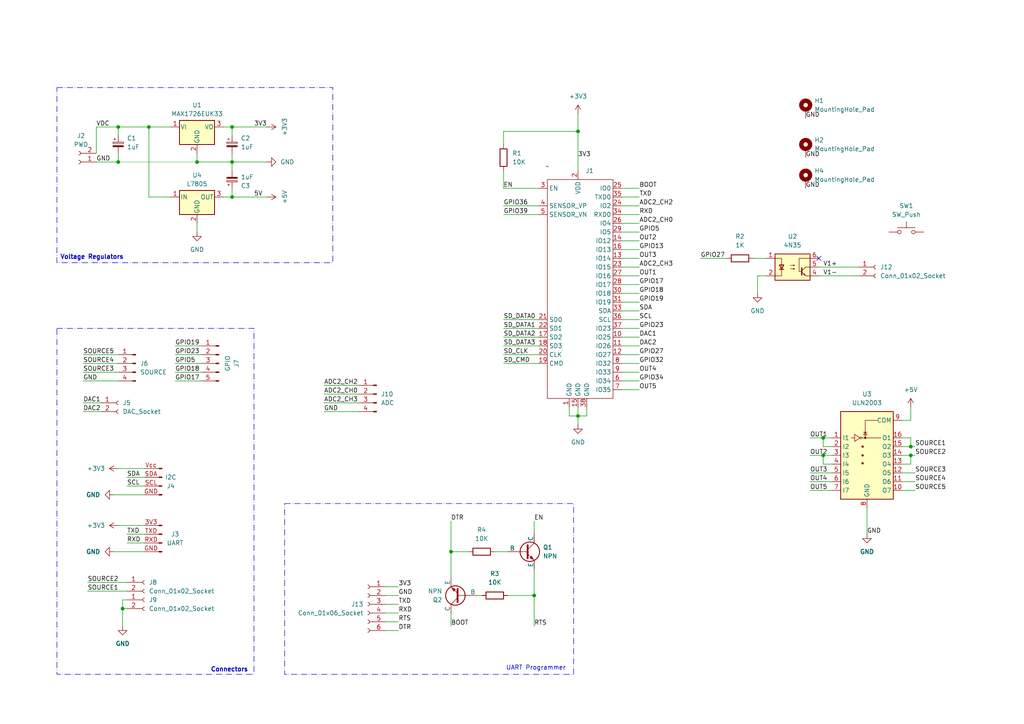
<source format=kicad_sch>
(kicad_sch (version 20231120) (generator "eeschema") (generator_version "8.0")
  (paper "A4")
  (lib_symbols
    (symbol "Alexander_Library_Symbols:Conn_I2C_01x04" (pin_names (offset 1.016) hide)
      (property "Reference" "J" (at 0 5.08 0))
      (property "Value" "I2C" (at 0 -7.62 0))
      (symbol "Conn_I2C_01x04_1_1"
        (polyline (pts (xy 1.27 -5.08) (xy 0.8636 -5.08)) (stroke (width 0.1524)))
        (polyline (pts (xy 1.27 -2.54) (xy 0.8636 -2.54)) (stroke (width 0.1524)))
        (polyline (pts (xy 1.27 0) (xy 0.8636 0)) (stroke (width 0.1524)))
        (polyline (pts (xy 1.27 2.54) (xy 0.8636 2.54)) (stroke (width 0.1524)))
        (rectangle (start 0.8636 -4.953) (end 0 -5.207) (stroke (width 0.1524)) (fill (type outline)))
        (rectangle (start 0.8636 -2.413) (end 0 -2.667) (stroke (width 0.1524)) (fill (type outline)))
        (rectangle (start 0.8636 0.127) (end 0 -0.127) (stroke (width 0.1524)) (fill (type outline)))
        (rectangle (start 0.8636 2.667) (end 0 2.413) (stroke (width 0.1524)) (fill (type outline)))
        (pin power_out line (at 5.08 -5.08 180) (length 3.81) (name "GND") (number "GND"))
        (pin bidirectional line (at 5.08 -2.54 180) (length 3.81) (name "SCL") (number "SCL"))
        (pin bidirectional line (at 5.08 0 180) (length 3.81) (name "SDA") (number "SDA"))
        (pin power_in line (at 5.08 2.54 180) (length 3.81) (name "VCC") (number "Vcc"))
      )
    )
    (symbol "Alexander_Library_Symbols:ESP32-WROOM-32D-SOCKET"
      (property "Reference" "J" (at 0 0 0))
      (symbol "ESP32-WROOM-32D-SOCKET_0_1"
        (rectangle (start 0 -3.81) (end 19.05 -67.31))
      )
      (symbol "ESP32-WROOM-32D-SOCKET_1_1"
        (pin power_out line (at 6.35 -69.85 90) (length 2.54) (name "GND") (number "1"))
        (pin bidirectional line (at 21.59 -49.53 180) (length 2.54) (name "IO25") (number "10"))
        (pin bidirectional line (at 21.59 -52.07 180) (length 2.54) (name "IO26") (number "11"))
        (pin bidirectional line (at 21.59 -54.61 180) (length 2.54) (name "IO27") (number "12"))
        (pin bidirectional line (at 21.59 -26.67 180) (length 2.54) (name "IO14") (number "13"))
        (pin bidirectional line (at 21.59 -21.59 180) (length 2.54) (name "IO12") (number "14"))
        (pin power_out line (at 8.89 -69.85 90) (length 2.54) (name "GND") (number "15"))
        (pin bidirectional line (at 21.59 -24.13 180) (length 2.54) (name "IO13") (number "16"))
        (pin input line (at -2.54 -49.53 0) (length 2.54) (name "SD2") (number "17"))
        (pin input line (at -2.54 -52.07 0) (length 2.54) (name "SD3") (number "18"))
        (pin input line (at -2.54 -57.15 0) (length 2.54) (name "CMD") (number "19"))
        (pin power_in line (at 8.89 -1.27 270) (length 2.54) (name "VDD") (number "2"))
        (pin input line (at -2.54 -54.61 0) (length 2.54) (name "CLK") (number "20"))
        (pin input line (at -2.54 -44.45 0) (length 2.54) (name "SD0") (number "21"))
        (pin input line (at -2.54 -46.99 0) (length 2.54) (name "SD1") (number "22"))
        (pin bidirectional line (at 21.59 -29.21 180) (length 2.54) (name "IO15") (number "23"))
        (pin bidirectional line (at 21.59 -11.43 180) (length 2.54) (name "IO2") (number "24"))
        (pin bidirectional line (at 21.59 -6.35 180) (length 2.54) (name "IO0") (number "25"))
        (pin bidirectional line (at 21.59 -16.51 180) (length 2.54) (name "IO4") (number "26"))
        (pin bidirectional line (at 21.59 -31.75 180) (length 2.54) (name "IO16") (number "27"))
        (pin bidirectional line (at 21.59 -34.29 180) (length 2.54) (name "IO17") (number "28"))
        (pin bidirectional line (at 21.59 -19.05 180) (length 2.54) (name "IO5") (number "29"))
        (pin input line (at -2.54 -6.35 0) (length 2.54) (name "EN") (number "3"))
        (pin bidirectional line (at 21.59 -36.83 180) (length 2.54) (name "IO18") (number "30"))
        (pin bidirectional line (at 21.59 -39.37 180) (length 2.54) (name "IO19") (number "31"))
        (pin bidirectional line (at 21.59 -41.91 180) (length 2.54) (name "SDA") (number "33"))
        (pin input line (at 21.59 -13.97 180) (length 2.54) (name "RXD0") (number "34"))
        (pin output line (at 21.59 -8.89 180) (length 2.54) (name "TXD0") (number "35"))
        (pin bidirectional line (at 21.59 -44.45 180) (length 2.54) (name "SCL") (number "36"))
        (pin bidirectional line (at 21.59 -46.99 180) (length 2.54) (name "IO23") (number "37"))
        (pin power_out line (at 11.43 -69.85 90) (length 2.54) (name "GND") (number "38"))
        (pin input line (at -2.54 -11.43 0) (length 2.54) (name "SENSOR_VP") (number "4"))
        (pin input line (at -2.54 -13.97 0) (length 2.54) (name "SENSOR_VN") (number "5"))
        (pin bidirectional line (at 21.59 -62.23 180) (length 2.54) (name "IO34") (number "6"))
        (pin bidirectional line (at 21.59 -64.77 180) (length 2.54) (name "IO35") (number "7"))
        (pin bidirectional line (at 21.59 -57.15 180) (length 2.54) (name "IO32") (number "8"))
        (pin bidirectional line (at 21.59 -59.69 180) (length 2.54) (name "IO33") (number "9"))
      )
    )
    (symbol "Conn_UART_1" (pin_names (offset 1.016) hide)
      (property "Reference" "J" (at 1.27 3.81 0))
      (property "Value" "UART" (at 2.54 -10.16 0))
      (symbol "Conn_UART_1_1_1"
        (polyline (pts (xy 1.27 -7.62) (xy 0.8636 -7.62)) (stroke (width 0.1524)))
        (polyline (pts (xy 1.27 -5.08) (xy 0.8636 -5.08)) (stroke (width 0.1524)))
        (polyline (pts (xy 1.27 -2.54) (xy 0.8636 -2.54)) (stroke (width 0.1524)))
        (polyline (pts (xy 1.27 0) (xy 0.8636 0)) (stroke (width 0.1524)))
        (rectangle (start 0.8636 -7.493) (end 0 -7.747) (stroke (width 0.1524)) (fill (type outline)))
        (rectangle (start 0.8636 -4.953) (end 0 -5.207) (stroke (width 0.1524)) (fill (type outline)))
        (rectangle (start 0.8636 -2.413) (end 0 -2.667) (stroke (width 0.1524)) (fill (type outline)))
        (rectangle (start 0.8636 0.127) (end 0 -0.127) (stroke (width 0.1524)) (fill (type outline)))
        (pin power_in line (at 5.08 0 180) (length 3.81) (name "3V3") (number "3V3"))
        (pin power_out line (at 5.08 -7.62 180) (length 3.81) (name "GND") (number "GND"))
        (pin input line (at 5.08 -5.08 180) (length 3.81) (name "RXD") (number "RXD"))
        (pin output line (at 5.08 -2.54 180) (length 3.81) (name "TXD") (number "TXD"))
      )
    )
    (symbol "Connector:Conn_01x02_Socket" (pin_names (offset 1.016) hide)
      (property "Reference" "J" (at 0 2.54 0))
      (property "Value" "Conn_01x02_Socket" (at 0 -5.08 0))
      (symbol "Conn_01x02_Socket_1_1"
        (arc (start 0 -2.032) (mid -0.5058 -2.54) (end 0 -3.048) (stroke (width 0.1524)))
        (polyline (pts (xy -1.27 -2.54) (xy -0.508 -2.54)) (stroke (width 0.1524)))
        (polyline (pts (xy -1.27 0) (xy -0.508 0)) (stroke (width 0.1524)))
        (arc (start 0 0.508) (mid -0.5058 0) (end 0 -0.508) (stroke (width 0.1524)))
        (pin passive line (at -5.08 0 0) (length 3.81) (name "Pin_1") (number "1"))
        (pin passive line (at -5.08 -2.54 0) (length 3.81) (name "Pin_2") (number "2"))
      )
    )
    (symbol "Connector:Conn_01x04_Pin" (pin_names (offset 1.016) hide)
      (property "Reference" "J" (at 0 5.08 0))
      (property "Value" "I2C" (at 0 -7.62 0))
      (symbol "Conn_01x04_Pin_1_1"
        (polyline (pts (xy 1.27 -5.08) (xy 0.8636 -5.08)) (stroke (width 0.1524)))
        (polyline (pts (xy 1.27 -2.54) (xy 0.8636 -2.54)) (stroke (width 0.1524)))
        (polyline (pts (xy 1.27 0) (xy 0.8636 0)) (stroke (width 0.1524)))
        (polyline (pts (xy 1.27 2.54) (xy 0.8636 2.54)) (stroke (width 0.1524)))
        (rectangle (start 0.8636 -4.953) (end 0 -5.207) (stroke (width 0.1524)) (fill (type outline)))
        (rectangle (start 0.8636 -2.413) (end 0 -2.667) (stroke (width 0.1524)) (fill (type outline)))
        (rectangle (start 0.8636 0.127) (end 0 -0.127) (stroke (width 0.1524)) (fill (type outline)))
        (rectangle (start 0.8636 2.667) (end 0 2.413) (stroke (width 0.1524)) (fill (type outline)))
        (pin passive line (at 5.08 2.54 180) (length 3.81) (name "Pin_1") (number "1"))
        (pin passive line (at 5.08 0 180) (length 3.81) (name "Pin_2") (number "2"))
        (pin passive line (at 5.08 -2.54 180) (length 3.81) (name "Pin_3") (number "3"))
        (pin passive line (at 5.08 -5.08 180) (length 3.81) (name "Pin_4") (number "4"))
      )
    )
    (symbol "Connector:Conn_01x05_Pin" (pin_names (offset 1.016) hide)
      (property "Reference" "J" (at 0 7.62 0))
      (property "Value" "Conn_01x05_Pin" (at 0 -7.62 0))
      (symbol "Conn_01x05_Pin_1_1"
        (polyline (pts (xy 1.27 -5.08) (xy 0.8636 -5.08)) (stroke (width 0.1524)))
        (polyline (pts (xy 1.27 -2.54) (xy 0.8636 -2.54)) (stroke (width 0.1524)))
        (polyline (pts (xy 1.27 0) (xy 0.8636 0)) (stroke (width 0.1524)))
        (polyline (pts (xy 1.27 2.54) (xy 0.8636 2.54)) (stroke (width 0.1524)))
        (polyline (pts (xy 1.27 5.08) (xy 0.8636 5.08)) (stroke (width 0.1524)))
        (rectangle (start 0.8636 -4.953) (end 0 -5.207) (stroke (width 0.1524)) (fill (type outline)))
        (rectangle (start 0.8636 -2.413) (end 0 -2.667) (stroke (width 0.1524)) (fill (type outline)))
        (rectangle (start 0.8636 0.127) (end 0 -0.127) (stroke (width 0.1524)) (fill (type outline)))
        (rectangle (start 0.8636 2.667) (end 0 2.413) (stroke (width 0.1524)) (fill (type outline)))
        (rectangle (start 0.8636 5.207) (end 0 4.953) (stroke (width 0.1524)) (fill (type outline)))
        (pin passive line (at 5.08 5.08 180) (length 3.81) (name "Pin_1") (number "1"))
        (pin passive line (at 5.08 2.54 180) (length 3.81) (name "Pin_2") (number "2"))
        (pin passive line (at 5.08 0 180) (length 3.81) (name "Pin_3") (number "3"))
        (pin passive line (at 5.08 -2.54 180) (length 3.81) (name "Pin_4") (number "4"))
        (pin passive line (at 5.08 -5.08 180) (length 3.81) (name "Pin_5") (number "5"))
      )
    )
    (symbol "Connector:Conn_01x06_Socket" (pin_names (offset 1.016) hide)
      (property "Reference" "J" (at 0 7.62 0))
      (property "Value" "Conn_01x06_Socket" (at 0 -10.16 0))
      (symbol "Conn_01x06_Socket_1_1"
        (arc (start 0 -7.112) (mid -0.5058 -7.62) (end 0 -8.128) (stroke (width 0.1524)))
        (arc (start 0 -4.572) (mid -0.5058 -5.08) (end 0 -5.588) (stroke (width 0.1524)))
        (arc (start 0 -2.032) (mid -0.5058 -2.54) (end 0 -3.048) (stroke (width 0.1524)))
        (polyline (pts (xy -1.27 -7.62) (xy -0.508 -7.62)) (stroke (width 0.1524)))
        (polyline (pts (xy -1.27 -5.08) (xy -0.508 -5.08)) (stroke (width 0.1524)))
        (polyline (pts (xy -1.27 -2.54) (xy -0.508 -2.54)) (stroke (width 0.1524)))
        (polyline (pts (xy -1.27 0) (xy -0.508 0)) (stroke (width 0.1524)))
        (polyline (pts (xy -1.27 2.54) (xy -0.508 2.54)) (stroke (width 0.1524)))
        (polyline (pts (xy -1.27 5.08) (xy -0.508 5.08)) (stroke (width 0.1524)))
        (arc (start 0 0.508) (mid -0.5058 0) (end 0 -0.508) (stroke (width 0.1524)))
        (arc (start 0 3.048) (mid -0.5058 2.54) (end 0 2.032) (stroke (width 0.1524)))
        (arc (start 0 5.588) (mid -0.5058 5.08) (end 0 4.572) (stroke (width 0.1524)))
        (pin passive line (at -5.08 5.08 0) (length 3.81) (name "Pin_1") (number "1"))
        (pin passive line (at -5.08 2.54 0) (length 3.81) (name "Pin_2") (number "2"))
        (pin passive line (at -5.08 0 0) (length 3.81) (name "Pin_3") (number "3"))
        (pin passive line (at -5.08 -2.54 0) (length 3.81) (name "Pin_4") (number "4"))
        (pin passive line (at -5.08 -5.08 0) (length 3.81) (name "Pin_5") (number "5"))
        (pin passive line (at -5.08 -7.62 0) (length 3.81) (name "Pin_6") (number "6"))
      )
    )
    (symbol "Device:C_Polarized_Small" (pin_numbers hide) (pin_names (offset 0.254) hide)
      (property "Reference" "C" (at 0.254 1.778 0))
      (property "Value" "C_Polarized_Small" (at 0.254 -2.032 0))
      (symbol "C_Polarized_Small_0_1"
        (rectangle (start -1.524 -0.3048) (end 1.524 -0.6858) (fill (type outline)))
        (rectangle (start -1.524 0.6858) (end 1.524 0.3048))
        (polyline (pts (xy -1.27 1.524) (xy -0.762 1.524)))
        (polyline (pts (xy -1.016 1.27) (xy -1.016 1.778)))
      )
      (symbol "C_Polarized_Small_1_1"
        (pin passive line (at 0 2.54 270) (length 1.8542) (name "~") (number "1"))
        (pin passive line (at 0 -2.54 90) (length 1.8542) (name "~") (number "2"))
      )
    )
    (symbol "Device:R" (pin_numbers hide) (pin_names (offset 0))
      (property "Reference" "R" (at 2.032 0 90))
      (property "Value" "R" (at 0 0 90))
      (symbol "R_0_1"
        (rectangle (start -1.016 -2.54) (end 1.016 2.54) (stroke (width 0.254)))
      )
      (symbol "R_1_1"
        (pin passive line (at 0 3.81 270) (length 1.27) (name "~") (number "1"))
        (pin passive line (at 0 -3.81 90) (length 1.27) (name "~") (number "2"))
      )
    )
    (symbol "GND_1" (power) (pin_numbers hide) (pin_names (offset 0) hide)
      (property "Value" "GND" (at 0 -3.81 0))
      (symbol "GND_1_0_1"
        (polyline (pts (xy 0 0) (xy 0 -1.27) (xy 1.27 -1.27) (xy 0 -2.54) (xy -1.27 -1.27) (xy 0 -1.27)))
      )
      (symbol "GND_1_1_1"
        (pin power_in line (at 0 0 270) (length 0) (name "~") (number "1"))
      )
    )
    (symbol "GND_2" (power) (pin_numbers hide) (pin_names (offset 0) hide)
      (property "Value" "GND" (at 0 -3.81 0))
      (symbol "GND_2_0_1"
        (polyline (pts (xy 0 0) (xy 0 -1.27) (xy 1.27 -1.27) (xy 0 -2.54) (xy -1.27 -1.27) (xy 0 -1.27)))
      )
      (symbol "GND_2_1_1"
        (pin power_in line (at 0 0 270) (length 0) (name "~") (number "1"))
      )
    )
    (symbol "Isolator:4N35" (pin_names (offset 1.016))
      (property "Reference" "U" (at -5.08 5.08 0))
      (property "Value" "4N35" (at 0 5.08 0))
      (symbol "4N35_0_1"
        (rectangle (start -5.08 3.81) (end 5.08 -3.81) (stroke (width 0.254)) (fill (type background)))
        (polyline (pts (xy -3.81 -0.635) (xy -2.54 -0.635)) (stroke (width 0.254)))
        (polyline (pts (xy 2.667 -1.397) (xy 3.81 -2.54)))
        (polyline (pts (xy 2.667 -1.143) (xy 3.81 0)))
        (polyline (pts (xy 3.81 -2.54) (xy 5.08 -2.54)))
        (polyline (pts (xy 3.81 0) (xy 5.08 0)))
        (polyline (pts (xy 2.667 -0.254) (xy 2.667 -2.286) (xy 2.667 -2.286)) (stroke (width 0.3556)))
        (polyline (pts (xy -5.08 -2.54) (xy -3.175 -2.54) (xy -3.175 2.54) (xy -5.08 2.54)))
        (polyline (pts (xy -3.175 -0.635) (xy -3.81 0.635) (xy -2.54 0.635) (xy -3.175 -0.635)) (stroke (width 0.254)))
        (polyline (pts (xy 3.683 -2.413) (xy 3.429 -1.905) (xy 3.175 -2.159) (xy 3.683 -2.413)))
        (polyline (pts (xy 5.08 2.54) (xy 1.905 2.54) (xy 1.905 -1.27) (xy 2.54 -1.27)))
        (polyline (pts (xy -0.635 -0.508) (xy 0.635 -0.508) (xy 0.254 -0.635) (xy 0.254 -0.381) (xy 0.635 -0.508)))
        (polyline (pts (xy -0.635 0.508) (xy 0.635 0.508) (xy 0.254 0.381) (xy 0.254 0.635) (xy 0.635 0.508)))
      )
      (symbol "4N35_1_1"
        (pin passive line (at -7.62 2.54 0) (length 2.54) (name "~") (number "1"))
        (pin passive line (at -7.62 -2.54 0) (length 2.54) (name "~") (number "2"))
        (pin no_connect line (at -5.08 0 0) (length 2.54) hide (name "NC") (number "3"))
        (pin passive line (at 7.62 -2.54 180) (length 2.54) (name "~") (number "4"))
        (pin passive line (at 7.62 0 180) (length 2.54) (name "~") (number "5"))
        (pin passive line (at 7.62 2.54 180) (length 2.54) (name "~") (number "6"))
      )
    )
    (symbol "Mechanical:MountingHole_Pad" (pin_numbers hide) (pin_names (offset 1.016) hide)
      (property "Reference" "H" (at 0 6.35 0))
      (property "Value" "MountingHole_Pad" (at 0 4.445 0))
      (symbol "MountingHole_Pad_0_1"
        (circle (center 0 1.27) (radius 1.27) (stroke (width 1.27)))
      )
      (symbol "MountingHole_Pad_1_1"
        (pin input line (at 0 -2.54 90) (length 2.54) (name "1") (number "1"))
      )
    )
    (symbol "Regulator_Linear:L7805" (pin_names (offset 0.254))
      (property "Reference" "U4" (at 0 6.35 0))
      (property "Value" "L7805" (at 0 3.81 0))
      (symbol "L7805_0_1"
        (rectangle (start -5.08 1.905) (end 5.08 -5.08) (stroke (width 0.254)) (fill (type background)))
      )
      (symbol "L7805_1_1"
        (pin power_in line (at -7.62 0 0) (length 2.54) (name "IN") (number "1"))
        (pin power_in line (at 0 -7.62 90) (length 2.54) (name "GND") (number "2"))
        (pin power_out line (at 7.62 0 180) (length 2.54) (name "OUT") (number "3"))
      )
    )
    (symbol "Regulator_Linear:LM78M05_TO220" (pin_names (offset 0.254))
      (property "Reference" "U" (at -3.81 3.175 0))
      (property "Value" "LM78M05_TO220" (at 0 3.175 0))
      (symbol "LM78M05_TO220_0_1"
        (rectangle (start -5.08 1.905) (end 5.08 -5.08) (stroke (width 0.254)) (fill (type background)))
      )
      (symbol "LM78M05_TO220_1_1"
        (pin power_in line (at -7.62 0 0) (length 2.54) (name "VI") (number "1"))
        (pin power_in line (at 0 -7.62 90) (length 2.54) (name "GND") (number "2"))
        (pin power_out line (at 7.62 0 180) (length 2.54) (name "VO") (number "3"))
      )
    )
    (symbol "Simulation_SPICE:NPN" (pin_numbers hide) (pin_names (offset 0))
      (property "Reference" "Q" (at -2.54 7.62 0))
      (property "Value" "NPN" (at -2.54 5.08 0))
      (symbol "NPN_0_1"
        (polyline (pts (xy -2.54 0) (xy 0.635 0)) (stroke (width 0.1524)))
        (polyline (pts (xy 0.635 0.635) (xy 2.54 2.54)))
        (polyline (pts (xy 2.794 -1.27) (xy 2.794 -1.27)) (stroke (width 0.1524)))
        (polyline (pts (xy 2.794 -1.27) (xy 2.794 -1.27)) (stroke (width 0.1524)))
        (polyline (pts (xy 0.635 -0.635) (xy 2.54 -2.54) (xy 2.54 -2.54)))
        (polyline (pts (xy 0.635 1.905) (xy 0.635 -1.905) (xy 0.635 -1.905)) (stroke (width 0.508)))
        (polyline (pts (xy 1.27 -1.778) (xy 1.778 -1.27) (xy 2.286 -2.286) (xy 1.27 -1.778) (xy 1.27 -1.778)) (fill (type outline)))
        (circle (center 1.27 0) (radius 2.8194) (stroke (width 0.254)))
      )
      (symbol "NPN_1_1"
        (pin open_collector line (at 2.54 5.08 270) (length 2.54) (name "C") (number "1"))
        (pin input line (at -5.08 0 0) (length 2.54) (name "B") (number "2"))
        (pin open_emitter line (at 2.54 -5.08 90) (length 2.54) (name "E") (number "3"))
      )
    )
    (symbol "Switch:SW_Push" (pin_numbers hide) (pin_names (offset 1.016) hide)
      (property "Reference" "SW" (at 1.27 2.54 0))
      (property "Value" "SW_Push" (at 0 -1.524 0))
      (symbol "SW_Push_0_1"
        (circle (center -2.032 0) (radius 0.508))
        (polyline (pts (xy 0 1.27) (xy 0 3.048)))
        (polyline (pts (xy 2.54 1.27) (xy -2.54 1.27)))
        (circle (center 2.032 0) (radius 0.508))
        (pin passive line (at -5.08 0 0) (length 2.54) (name "1") (number "1"))
        (pin passive line (at 5.08 0 180) (length 2.54) (name "2") (number "2"))
      )
    )
    (symbol "Transistor_Array:ULN2003"
      (property "Reference" "U" (at 0 15.875 0))
      (property "Value" "ULN2003" (at 0 13.97 0))
      (symbol "ULN2003_0_1"
        (rectangle (start -7.62 -12.7) (end 7.62 12.7) (stroke (width 0.254)) (fill (type background)))
        (circle (center -1.778 5.08) (radius 0.254))
        (circle (center -1.27 -2.286) (radius 0.254) (fill (type outline)))
        (circle (center -1.27 0) (radius 0.254) (fill (type outline)))
        (circle (center -1.27 2.54) (radius 0.254) (fill (type outline)))
        (circle (center -0.508 5.08) (radius 0.254) (fill (type outline)))
        (polyline (pts (xy -4.572 5.08) (xy -3.556 5.08)))
        (polyline (pts (xy -1.524 5.08) (xy 4.064 5.08)))
        (polyline (pts (xy 0 6.731) (xy -1.016 6.731)))
        (polyline (pts (xy -0.508 5.08) (xy -0.508 10.16) (xy 2.921 10.16)))
        (polyline (pts (xy -3.556 6.096) (xy -3.556 4.064) (xy -2.032 5.08) (xy -3.556 6.096)))
        (polyline (pts (xy 0 5.969) (xy -1.016 5.969) (xy -0.508 6.731) (xy 0 5.969)))
      )
      (symbol "ULN2003_1_1"
        (pin input line (at -10.16 5.08 0) (length 2.54) (name "I1") (number "1"))
        (pin open_collector line (at 10.16 -10.16 180) (length 2.54) (name "O7") (number "10"))
        (pin open_collector line (at 10.16 -7.62 180) (length 2.54) (name "O6") (number "11"))
        (pin open_collector line (at 10.16 -5.08 180) (length 2.54) (name "O5") (number "12"))
        (pin open_collector line (at 10.16 -2.54 180) (length 2.54) (name "O4") (number "13"))
        (pin open_collector line (at 10.16 0 180) (length 2.54) (name "O3") (number "14"))
        (pin open_collector line (at 10.16 2.54 180) (length 2.54) (name "O2") (number "15"))
        (pin open_collector line (at 10.16 5.08 180) (length 2.54) (name "O1") (number "16"))
        (pin input line (at -10.16 2.54 0) (length 2.54) (name "I2") (number "2"))
        (pin input line (at -10.16 0 0) (length 2.54) (name "I3") (number "3"))
        (pin input line (at -10.16 -2.54 0) (length 2.54) (name "I4") (number "4"))
        (pin input line (at -10.16 -5.08 0) (length 2.54) (name "I5") (number "5"))
        (pin input line (at -10.16 -7.62 0) (length 2.54) (name "I6") (number "6"))
        (pin input line (at -10.16 -10.16 0) (length 2.54) (name "I7") (number "7"))
        (pin power_in line (at 0 -15.24 90) (length 2.54) (name "GND") (number "8"))
        (pin passive line (at 10.16 10.16 180) (length 2.54) (name "COM") (number "9"))
      )
    )
    (symbol "power:+3V3" (power) (pin_names (offset 0))
      (property "Value" "+3V3" (at 0 3.556 0))
      (symbol "+3V3_0_1"
        (polyline (pts (xy -0.762 1.27) (xy 0 2.54)))
        (polyline (pts (xy 0 0) (xy 0 2.54)))
        (polyline (pts (xy 0 2.54) (xy 0.762 1.27)))
      )
      (symbol "+3V3_1_1"
        (pin power_in line (at 0 0 90) (length 0) hide (name "+3V3") (number "1"))
      )
    )
    (symbol "power:+5V" (power) (pin_names (offset 0))
      (property "Value" "+5V" (at 0 3.556 0))
      (symbol "+5V_0_1"
        (polyline (pts (xy -0.762 1.27) (xy 0 2.54)))
        (polyline (pts (xy 0 0) (xy 0 2.54)))
        (polyline (pts (xy 0 2.54) (xy 0.762 1.27)))
      )
      (symbol "+5V_1_1"
        (pin power_in line (at 0 0 90) (length 0) hide (name "+5V") (number "1"))
      )
    )
    (symbol "power:GND" (power) (pin_names (offset 0))
      (property "Value" "GND" (at 0 -3.81 0))
      (symbol "GND_0_1"
        (polyline (pts (xy 0 0) (xy 0 -1.27) (xy 1.27 -1.27) (xy 0 -2.54) (xy -1.27 -1.27) (xy 0 -1.27)))
      )
      (symbol "GND_1_1"
        (pin power_in line (at 0 0 270) (length 0) hide (name "GND") (number "1"))
      )
    )
  )
  (junction (at 57.15 46.99))
  (junction (at 67.31 46.99))
  (junction (at 34.29 46.99))
  (junction (at 167.64 38.1))
  (junction (at 264.16 129.54))
  (junction (at 67.31 57.15))
  (junction (at 238.76 132.08))
  (junction (at 130.81 160.02))
  (junction (at 43.18 36.83))
  (junction (at 154.94 172.72))
  (junction (at 264.16 132.08))
  (junction (at 67.31 36.83))
  (junction (at 34.29 36.83))
  (junction (at 238.76 127))
  (junction (at 167.64 120.65))
  (junction (at 35.56 176.53))
  (no_connect (at 237.49 74.93))
  (wire (pts (xy 180.34 59.69) (xy 185.42 59.69)))
  (wire (pts (xy 57.15 64.77) (xy 57.15 67.31)))
  (wire (pts (xy 146.05 102.87) (xy 156.21 102.87)))
  (wire (pts (xy 35.56 173.99) (xy 35.56 176.53)))
  (wire (pts (xy 36.83 140.97) (xy 41.91 140.97)))
  (wire (pts (xy 111.76 180.34) (xy 115.57 180.34)))
  (wire (pts (xy 25.4 168.91) (xy 36.83 168.91)))
  (wire (pts (xy 180.34 64.77) (xy 185.42 64.77)))
  (wire (pts (xy 130.81 160.02) (xy 135.89 160.02)))
  (wire (pts (xy 146.05 100.33) (xy 156.21 100.33)))
  (wire (pts (xy 49.53 57.15) (xy 43.18 57.15)))
  (wire (pts (xy 36.83 154.94) (xy 41.91 154.94)))
  (wire (pts (xy 154.94 151.13) (xy 154.94 154.94)))
  (wire (pts (xy 167.64 33.02) (xy 167.64 38.1)))
  (wire (pts (xy 180.34 80.01) (xy 185.42 80.01)))
  (wire (pts (xy 180.34 82.55) (xy 185.42 82.55)))
  (wire (pts (xy 34.29 135.89) (xy 41.91 135.89)))
  (wire (pts (xy 143.51 160.02) (xy 147.32 160.02)))
  (wire (pts (xy 57.15 44.45) (xy 57.15 46.99)))
  (wire (pts (xy 104.14 114.3) (xy 93.98 114.3)))
  (wire (pts (xy 180.34 105.41) (xy 185.42 105.41)))
  (wire (pts (xy 34.29 107.95) (xy 24.13 107.95)))
  (wire (pts (xy 234.95 137.16) (xy 241.3 137.16)))
  (wire (pts (xy 165.1 120.65) (xy 167.64 120.65)))
  (wire (pts (xy 58.42 102.87) (xy 50.8 102.87)))
  (wire (pts (xy 67.31 44.45) (xy 67.31 46.99)))
  (wire (pts (xy 241.3 134.62) (xy 238.76 134.62)))
  (wire (pts (xy 34.29 102.87) (xy 24.13 102.87)))
  (wire (pts (xy 180.34 54.61) (xy 185.42 54.61)))
  (wire (pts (xy 264.16 121.92) (xy 261.62 121.92)))
  (wire (pts (xy 58.42 105.41) (xy 50.8 105.41)))
  (wire (pts (xy 180.34 107.95) (xy 185.42 107.95)))
  (wire (pts (xy 234.95 139.7) (xy 241.3 139.7)))
  (wire (pts (xy 156.21 54.61) (xy 146.05 54.61)))
  (wire (pts (xy 111.76 182.88) (xy 115.57 182.88)))
  (wire (pts (xy 165.1 118.11) (xy 165.1 120.65)))
  (wire (pts (xy 43.18 36.83) (xy 49.53 36.83)))
  (wire (pts (xy 24.13 116.84) (xy 29.21 116.84)))
  (wire (pts (xy 146.05 62.23) (xy 156.21 62.23)))
  (wire (pts (xy 146.05 38.1) (xy 146.05 41.91)))
  (wire (pts (xy 35.56 176.53) (xy 36.83 176.53)))
  (wire (pts (xy 34.29 152.4) (xy 41.91 152.4)))
  (wire (pts (xy 34.29 36.83) (xy 34.29 39.37)))
  (wire (pts (xy 261.62 139.7) (xy 265.43 139.7)))
  (wire (pts (xy 34.29 44.45) (xy 34.29 46.99)))
  (wire (pts (xy 167.64 120.65) (xy 167.64 123.19)))
  (wire (pts (xy 146.05 95.25) (xy 156.21 95.25)))
  (wire (pts (xy 264.16 118.11) (xy 264.16 121.92)))
  (wire (pts (xy 25.4 171.45) (xy 36.83 171.45)))
  (wire (pts (xy 261.62 132.08) (xy 264.16 132.08)))
  (wire (pts (xy 146.05 92.71) (xy 156.21 92.71)))
  (wire (pts (xy 180.34 110.49) (xy 185.42 110.49)))
  (wire (pts (xy 237.49 80.01) (xy 248.92 80.01)))
  (wire (pts (xy 24.13 110.49) (xy 34.29 110.49)))
  (wire (pts (xy 43.18 36.83) (xy 43.18 57.15)))
  (wire (pts (xy 218.44 74.93) (xy 222.25 74.93)))
  (wire (pts (xy 36.83 173.99) (xy 35.56 173.99)))
  (wire (pts (xy 67.31 57.15) (xy 77.47 57.15)))
  (wire (pts (xy 67.31 46.99) (xy 77.47 46.99)))
  (wire (pts (xy 154.94 165.1) (xy 154.94 172.72)))
  (wire (pts (xy 264.16 129.54) (xy 264.16 127)))
  (wire (pts (xy 180.34 95.25) (xy 185.42 95.25)))
  (wire (pts (xy 180.34 102.87) (xy 185.42 102.87)))
  (wire (pts (xy 64.77 57.15) (xy 67.31 57.15)))
  (wire (pts (xy 241.3 132.08) (xy 238.76 132.08)))
  (wire (pts (xy 41.91 143.51) (xy 33.02 143.51)))
  (wire (pts (xy 261.62 129.54) (xy 264.16 129.54)))
  (wire (pts (xy 36.83 157.48) (xy 41.91 157.48)))
  (wire (pts (xy 234.95 142.24) (xy 241.3 142.24)))
  (wire (pts (xy 146.05 38.1) (xy 167.64 38.1)))
  (wire (pts (xy 67.31 46.99) (xy 67.31 49.53)))
  (wire (pts (xy 180.34 57.15) (xy 185.42 57.15)))
  (wire (pts (xy 64.77 36.83) (xy 67.31 36.83)))
  (wire (pts (xy 180.34 100.33) (xy 185.42 100.33)))
  (wire (pts (xy 58.42 107.95) (xy 50.8 107.95)))
  (wire (pts (xy 251.46 147.32) (xy 251.46 154.94)))
  (wire (pts (xy 264.16 132.08) (xy 265.43 132.08)))
  (wire (pts (xy 111.76 175.26) (xy 115.57 175.26)))
  (wire (pts (xy 57.15 46.99) (xy 67.31 46.99)))
  (wire (pts (xy 154.94 172.72) (xy 154.94 181.61)))
  (wire (pts (xy 111.76 177.8) (xy 115.57 177.8)))
  (wire (pts (xy 237.49 77.47) (xy 248.92 77.47)))
  (wire (pts (xy 180.34 87.63) (xy 185.42 87.63)))
  (wire (pts (xy 261.62 127) (xy 264.16 127)))
  (wire (pts (xy 146.05 105.41) (xy 156.21 105.41)))
  (wire (pts (xy 67.31 39.37) (xy 67.31 36.83)))
  (wire (pts (xy 180.34 62.23) (xy 185.42 62.23)))
  (wire (pts (xy 27.94 36.83) (xy 34.29 36.83)))
  (wire (pts (xy 180.34 72.39) (xy 185.42 72.39)))
  (wire (pts (xy 180.34 90.17) (xy 185.42 90.17)))
  (wire (pts (xy 264.16 129.54) (xy 265.43 129.54)))
  (wire (pts (xy 154.94 172.72) (xy 147.32 172.72)))
  (wire (pts (xy 130.81 151.13) (xy 130.81 160.02)))
  (wire (pts (xy 146.05 59.69) (xy 156.21 59.69)))
  (wire (pts (xy 41.91 160.02) (xy 33.02 160.02)))
  (wire (pts (xy 180.34 77.47) (xy 185.42 77.47)))
  (wire (pts (xy 203.2 74.93) (xy 210.82 74.93)))
  (wire (pts (xy 261.62 134.62) (xy 264.16 134.62)))
  (wire (pts (xy 180.34 69.85) (xy 185.42 69.85)))
  (wire (pts (xy 180.34 97.79) (xy 185.42 97.79)))
  (wire (pts (xy 180.34 113.03) (xy 185.42 113.03)))
  (wire (pts (xy 67.31 54.61) (xy 67.31 57.15)))
  (wire (pts (xy 264.16 134.62) (xy 264.16 132.08)))
  (wire (pts (xy 167.64 38.1) (xy 167.64 49.53)))
  (wire (pts (xy 138.43 172.72) (xy 139.7 172.72)))
  (wire (pts (xy 238.76 134.62) (xy 238.76 132.08)))
  (wire (pts (xy 219.71 85.09) (xy 219.71 80.01)))
  (wire (pts (xy 180.34 74.93) (xy 185.42 74.93)))
  (wire (pts (xy 24.13 119.38) (xy 29.21 119.38)))
  (wire (pts (xy 35.56 176.53) (xy 35.56 181.61)))
  (wire (pts (xy 170.18 120.65) (xy 167.64 120.65)))
  (wire (pts (xy 238.76 129.54) (xy 238.76 127)))
  (wire (pts (xy 130.81 177.8) (xy 130.81 181.61)))
  (wire (pts (xy 234.95 132.08) (xy 238.76 132.08)))
  (wire (pts (xy 180.34 67.31) (xy 185.42 67.31)))
  (wire (pts (xy 111.76 172.72) (xy 115.57 172.72)))
  (wire (pts (xy 241.3 127) (xy 238.76 127)))
  (wire (pts (xy 170.18 118.11) (xy 170.18 120.65)))
  (wire (pts (xy 261.62 137.16) (xy 265.43 137.16)))
  (wire (pts (xy 104.14 111.76) (xy 93.98 111.76)))
  (wire (pts (xy 234.95 127) (xy 238.76 127)))
  (wire (pts (xy 180.34 85.09) (xy 185.42 85.09)))
  (wire (pts (xy 58.42 110.49) (xy 50.8 110.49)))
  (wire (pts (xy 36.83 138.43) (xy 41.91 138.43)))
  (wire (pts (xy 180.34 92.71) (xy 185.42 92.71)))
  (wire (pts (xy 34.29 36.83) (xy 43.18 36.83)))
  (wire (pts (xy 111.76 170.18) (xy 115.57 170.18)))
  (wire (pts (xy 93.98 119.38) (xy 104.14 119.38)))
  (wire (pts (xy 146.05 97.79) (xy 156.21 97.79)))
  (wire (pts (xy 130.81 160.02) (xy 130.81 167.64)))
  (wire (pts (xy 146.05 49.53) (xy 146.05 54.61)))
  (wire (pts (xy 58.42 100.33) (xy 50.8 100.33)))
  (wire (pts (xy 261.62 142.24) (xy 265.43 142.24)))
  (wire (pts (xy 67.31 36.83) (xy 77.47 36.83)))
  (wire (pts (xy 27.94 46.99) (xy 34.29 46.99)))
  (wire (pts (xy 34.29 105.41) (xy 24.13 105.41)))
  (wire (pts (xy 219.71 80.01) (xy 222.25 80.01)))
  (wire (pts (xy 241.3 129.54) (xy 238.76 129.54)))
  (wire (pts (xy 167.64 118.11) (xy 167.64 120.65)))
  (wire (pts (xy 104.14 116.84) (xy 93.98 116.84)))
  (wire (pts (xy 34.29 46.99) (xy 57.15 46.99)) (stroke (width 0.0254)))
  (wire (pts (xy 27.94 36.83) (xy 27.94 44.45)))
  (rectangle (start 82.55 146.05) (end 166.37 195.58) (stroke (width 0) (type dash_dot)))
  (rectangle (start 16.51 95.25) (end 73.66 195.58) (stroke (width 0) (type dash_dot)))
  (rectangle (start 16.51 25.4) (end 96.52 76.2) (stroke (width 0) (type dash_dot)))
  (text "Voltage Regulators" (at 26.67 73.914 0) (effects (font (size 1.27 1.27) (thickness 0.254) (bold yes)) (justify top)))
  (text "UART Programmer" (at 155.448 193.802 0) (effects (font (size 1.27 1.27))))
  (text "Connectors\n" (at 66.548 194.31 0) (effects (font (size 1.27 1.27) (thickness 0.254) (bold yes))))
  (label "SOURCE5" (at 265.43 142.24 0))
  (label "GND" (at 233.68 34.29 0))
  (label "GND" (at 24.13 110.49 0))
  (label "SOURCE5" (at 24.13 102.87 0))
  (label "OUT5" (at 234.95 142.24 0))
  (label "SOURCE4" (at 24.13 105.41 0))
  (label "SD_DATA1" (at 146.05 95.25 0))
  (label "SOURCE1" (at 25.4 171.45 0))
  (label "TXD" (at 115.57 175.26 0))
  (label "GPIO27" (at 185.42 102.87 0))
  (label "GPIO5" (at 185.42 67.31 0))
  (label "SOURCE3" (at 24.13 107.95 0))
  (label "RTS" (at 154.94 181.61 0))
  (label "ADC2_CH2" (at 185.42 59.69 0))
  (label "OUT1" (at 185.42 80.01 0))
  (label "OUT2" (at 185.42 69.85 0))
  (label "3V3" (at 115.57 170.18 0))
  (label "SD_DATA0" (at 146.05 92.71 0))
  (label "EN" (at 154.94 151.13 0))
  (label "GPIO23" (at 185.42 95.25 0))
  (label "VDC" (at 27.94 36.83 0))
  (label "GPIO13" (at 185.42 72.39 0))
  (label "SD_CLK" (at 146.05 102.87 0))
  (label "DAC2" (at 24.13 119.38 0))
  (label "TXD" (at 185.42 57.15 0))
  (label "OUT2" (at 234.95 132.08 0))
  (label "ADC2_CH2" (at 93.98 111.76 0))
  (label "SDA" (at 185.42 90.17 0))
  (label "SD_CMD" (at 146.05 105.41 0))
  (label "ADC2_CH0" (at 93.98 114.3 0))
  (label "SD_DATA3" (at 146.05 100.33 0))
  (label "GPIO17" (at 185.42 82.55 0))
  (label "GPIO23" (at 50.8 102.87 0))
  (label "GPIO5" (at 50.8 105.41 0))
  (label "DTR" (at 130.81 151.13 0))
  (label "SD_DATA2" (at 146.05 97.79 0))
  (label "GPIO34" (at 185.42 110.49 0))
  (label "OUT3" (at 185.42 74.93 0))
  (label "GND" (at 93.98 119.38 0))
  (label "RTS" (at 115.57 180.34 0))
  (label "SCL" (at 185.42 92.71 0))
  (label "GPIO18" (at 185.42 85.09 0))
  (label "V1-" (at 238.76 80.01 0))
  (label "BOOT" (at 130.81 181.61 0))
  (label "RXD" (at 36.83 157.48 0))
  (label "GPIO27" (at 203.2 74.93 0))
  (label "SCL" (at 36.83 140.97 0))
  (label "GND" (at 115.57 172.72 0))
  (label "OUT4" (at 185.42 107.95 0))
  (label "3V3" (at 167.64 45.72 0))
  (label "ADC2_CH3" (at 185.42 77.47 0))
  (label "OUT5" (at 185.42 113.03 0))
  (label "GPIO39" (at 146.05 62.23 0))
  (label "SOURCE1" (at 265.43 129.54 0))
  (label "OUT3" (at 234.95 137.16 0))
  (label "GND" (at 233.68 45.72 0))
  (label "GPIO17" (at 50.8 110.49 0))
  (label "GPIO18" (at 50.8 107.95 0))
  (label "SOURCE2" (at 265.43 132.08 0))
  (label "BOOT" (at 185.42 54.61 0))
  (label "RXD" (at 115.57 177.8 0))
  (label "SOURCE3" (at 265.43 137.16 0))
  (label "OUT4" (at 234.95 139.7 0))
  (label "DTR" (at 115.57 182.88 0))
  (label "ADC2_CH0" (at 185.42 64.77 0))
  (label "5V" (at 73.66 57.15 0))
  (label "ADC2_CH3" (at 93.98 116.84 0))
  (label "GND" (at 233.68 54.61 0))
  (label "GPIO32" (at 185.42 105.41 0))
  (label "DAC2" (at 185.42 100.33 0))
  (label "DAC1" (at 185.42 97.79 0))
  (label "3V3" (at 73.66 36.83 0))
  (label "SDA" (at 36.83 138.43 0))
  (label "GPIO19" (at 50.8 100.33 0))
  (label "OUT1" (at 234.95 127 0))
  (label "GPIO36" (at 146.05 59.69 0))
  (label "GPIO19" (at 185.42 87.63 0))
  (label "GND" (at 27.94 46.99 0))
  (label "V1+" (at 238.76 77.47 0))
  (label "DAC1" (at 24.13 116.84 0))
  (label "EN" (at 146.05 54.61 0))
  (label "GND" (at 251.46 154.94 0))
  (label "SOURCE4" (at 265.43 139.7 0))
  (label "TXD" (at 36.83 154.94 0))
  (label "SOURCE2" (at 25.4 168.91 0))
  (label "RXD" (at 185.42 62.23 0))
  (symbol (lib_id "Connector:Conn_01x02_Socket") (at 34.29 116.84 0) (unit 1)
    (property "Reference" "J5" (at 35.56 116.84 0) (effects (justify left)))
    (property "Value" "DAC_Socket" (at 35.56 119.38 0) (effects (justify left)))
    (property "Footprint" "Connector_PinSocket_2.54mm:PinSocket_1x02_P2.54mm_Vertical" (effects (hide yes)))
  )
  (symbol (lib_id "power:GND") (at 77.47 46.99 90) (unit 1)
    (property "Reference" "#PWR03" (effects (hide yes)))
    (property "Value" "GND" (at 81.28 46.9899 90) (effects (justify right)))
  )
  (symbol (lib_id "Device:R") (at 143.51 172.72 270) (unit 1) (on_board no)
    (property "Reference" "R3" (at 143.51 166.37 90))
    (property "Value" "10K" (at 143.51 168.91 90))
    (property "Footprint" "Resistor_SMD:R_1210_3225Metric_Pad1.30x2.65mm_HandSolder" (effects (hide yes)))
    (property "Description" "Resistor" (effects (hide yes)))
  )
  (symbol (lib_id "Connector:Conn_01x04_Pin") (at 109.22 114.3 0) (mirror y) (unit 1)
    (property "Reference" "J10" (at 110.49 114.2999 0) (effects (justify right)))
    (property "Value" "ADC" (at 110.49 116.8399 0) (effects (justify right)))
    (property "Footprint" "Connector_PinSocket_2.54mm:PinSocket_1x04_P2.54mm_Vertical" (effects (hide yes)))
  )
  (symbol (lib_id "power:+3V3") (at 34.29 152.4 90) (unit 1)
    (property "Reference" "#PWR06" (effects (hide yes)))
    (property "Value" "+3V3" (at 30.48 152.3999 90) (effects (justify left)))
  )
  (symbol (lib_id "power:+3V3") (at 34.29 135.89 90) (unit 1)
    (property "Reference" "#PWR08" (effects (hide yes)))
    (property "Value" "+3V3" (at 30.48 135.89 90) (effects (justify left)))
  )
  (symbol (lib_id "power:+5V") (at 264.16 118.11 0) (unit 1)
    (property "Reference" "#PWR012" (effects (hide yes)))
    (property "Value" "+5V" (at 264.16 113.03 0))
  )
  (symbol (lib_id "Transistor_Array:ULN2003") (at 251.46 132.08 0) (unit 1)
    (property "Reference" "U3" (at 251.46 114.3 0))
    (property "Value" "ULN2003" (at 251.46 116.84 0))
    (property "Footprint" "Package_DIP:DIP-16_W7.62mm" (effects (hide yes)))
    (property "Datasheet" "http://www.ti.com/lit/ds/symlink/uln2003a.pdf" (effects (hide yes)))
  )
  (symbol (lib_id "Device:R") (at 139.7 160.02 270) (unit 1) (on_board no)
    (property "Reference" "R4" (at 139.7 153.67 90))
    (property "Value" "10K" (at 139.7 156.21 90))
    (property "Footprint" "Resistor_SMD:R_1210_3225Metric_Pad1.30x2.65mm_HandSolder" (effects (hide yes)))
    (property "Description" "Resistor" (effects (hide yes)))
  )
  (symbol (lib_name "Conn_UART_1") (lib_id "Alexander_Library_Symbols:Conn_UART") (at 46.99 152.4 0) (mirror y) (unit 1)
    (property "Reference" "J3" (at 50.8 154.94 0))
    (property "Value" "UART" (at 50.8 157.48 0))
    (property "Footprint" "Alexander Footprints Library:Conn_UART" (effects (hide yes)))
  )
  (symbol (lib_id "Device:C_Polarized_Small") (at 67.31 52.07 0) (mirror x) (unit 1)
    (property "Reference" "C3" (at 69.85 53.8861 0) (effects (justify left)))
    (property "Value" "1uF" (at 69.85 51.3461 0) (effects (justify left)))
    (property "Footprint" "Capacitor_THT:CP_Radial_D4.0mm_P2.00mm" (effects (hide yes)))
  )
  (symbol (lib_id "Device:C_Polarized_Small") (at 34.29 41.91 0) (unit 1)
    (property "Reference" "C1" (at 36.83 40.0939 0) (effects (justify left)))
    (property "Value" "1uF" (at 36.83 42.6339 0) (effects (justify left)))
    (property "Footprint" "Capacitor_THT:CP_Radial_D4.0mm_P2.00mm" (effects (hide yes)))
  )
  (symbol (lib_id "Device:R") (at 214.63 74.93 90) (unit 1)
    (property "Reference" "R2" (at 214.63 68.58 90))
    (property "Value" "1K" (at 214.63 71.12 90))
    (property "Footprint" "Resistor_SMD:R_1210_3225Metric_Pad1.30x2.65mm_HandSolder" (effects (hide yes)))
  )
  (symbol (lib_id "power:GND") (at 33.02 143.51 270) (unit 1)
    (property "Reference" "#PWR09" (effects (hide yes)))
    (property "Value" "GND" (at 29.21 143.51 90) (effects (font (bold yes)) (justify right)))
  )
  (symbol (lib_id "power:GND") (at 33.02 160.02 270) (unit 1)
    (property "Reference" "#PWR07" (effects (hide yes)))
    (property "Value" "GND" (at 29.21 160.02 90) (effects (font (bold yes)) (justify right)))
  )
  (symbol (lib_id "Connector:Conn_01x05_Pin") (at 63.5 105.41 0) (mirror y) (unit 1)
    (property "Reference" "J7" (at 68.58 105.41 90))
    (property "Value" "GPIO" (at 66.04 105.41 90))
    (property "Footprint" "Connector_PinSocket_2.54mm:PinSocket_1x05_P2.54mm_Vertical" (effects (hide yes)))
  )
  (symbol (lib_id "Connector:Conn_01x02_Socket") (at 254 77.47 0) (unit 1)
    (property "Reference" "J12" (at 255.27 77.4699 0) (effects (justify left)))
    (property "Value" "Conn_01x02_Socket" (at 255.27 80.0099 0) (effects (justify left)))
    (property "Footprint" "Connector_PinSocket_2.54mm:PinSocket_1x02_P2.54mm_Vertical" (effects (hide yes)))
    (property "Description" "Generic connector, single row, 01x02, script generated" (effects (hide yes)))
  )
  (symbol (lib_id "Mechanical:MountingHole_Pad") (at 233.68 43.18 0) (unit 1)
    (property "Reference" "H2" (at 236.22 40.64 0) (effects (justify left)))
    (property "Value" "MountingHole_Pad" (at 236.22 43.18 0) (effects (justify left)))
    (property "Footprint" "MountingHole:MountingHole_3mm" (effects (hide yes)))
  )
  (symbol (lib_id "power:GND") (at 251.46 154.94 0) (unit 1)
    (property "Reference" "#PWR010" (effects (hide yes)))
    (property "Value" "GND" (at 251.46 160.02 0) (effects (font (bold yes))))
  )
  (symbol (lib_id "Connector:Conn_01x02_Socket") (at 41.91 173.99 0) (unit 1)
    (property "Reference" "J9" (at 43.18 173.99 0) (effects (justify left)))
    (property "Value" "Conn_01x02_Socket" (at 43.18 176.53 0) (effects (justify left)))
    (property "Footprint" "Alexander Footprints Library:Conn_Terminal_5mm" (effects (hide yes)))
  )
  (symbol (lib_id "Connector:Conn_01x04_Pin") (at 39.37 105.41 0) (mirror y) (unit 1)
    (property "Reference" "J6" (at 40.64 105.4099 0) (effects (justify right)))
    (property "Value" "SOURCE" (at 40.64 107.9499 0) (effects (justify right)))
    (property "Footprint" "Connector_PinSocket_2.54mm:PinSocket_1x04_P2.54mm_Vertical" (effects (hide yes)))
  )
  (symbol (lib_name "GND_1") (lib_id "power:GND") (at 35.56 181.61 0) (unit 1)
    (property "Reference" "#PWR014" (effects (hide yes)))
    (property "Value" "GND" (at 35.56 186.69 0) (effects (font (bold yes))))
    (property "Description" "Power symbol creates a global label with name \"GND\" , ground" (effects (hide yes)))
  )
  (symbol (lib_id "Connector:Conn_01x02_Socket") (at 41.91 168.91 0) (unit 1)
    (property "Reference" "J8" (at 43.18 168.91 0) (effects (justify left)))
    (property "Value" "Conn_01x02_Socket" (at 43.18 171.45 0) (effects (justify left)))
    (property "Footprint" "Alexander Footprints Library:Conn_Terminal_5mm" (effects (hide yes)))
  )
  (symbol (lib_id "Connector:Conn_01x02_Socket") (at 22.86 46.99 180) (unit 1)
    (property "Reference" "J2" (at 23.495 39.37 0))
    (property "Value" "PWD" (at 23.495 41.91 0))
    (property "Footprint" "Connector_PinSocket_2.54mm:PinSocket_1x02_P2.54mm_Vertical" (effects (hide yes)))
  )
  (symbol (lib_id "Regulator_Linear:L7805") (at 57.15 57.15 0) (unit 1)
    (property "Reference" "U4" (at 57.15 50.8 0))
    (property "Value" "L7805" (at 57.15 53.34 0))
    (property "Footprint" "Alexander Footprints Library:LD1117" (effects (hide yes)))
    (property "Datasheet" "datasheets/Voltage-Regulator_L7805.pdf" (effects (hide yes)))
    (property "Description" "Voltage Regulator 1.5A Positive" (effects (hide yes)))
  )
  (symbol (lib_id "Simulation_SPICE:NPN") (at 152.4 160.02 0) (unit 1) (on_board no)
    (property "Reference" "Q1" (at 157.48 158.7499 0) (effects (justify left)))
    (property "Value" "NPN" (at 157.48 161.2899 0) (effects (justify left)))
    (property "Footprint" "Package_TO_SOT_THT:TO-92_Inline_W4.0mm_Horizontal_FlatSideDown" (effects (hide yes)))
    (property "Datasheet" "https://ngspice.sourceforge.io/docs/ngspice-html-manual/manual.xhtml#cha_BJTs" (effects (hide yes)))
    (property "Description" "Bipolar transistor symbol for simulation only, substrate tied to the emitter" (effects (hide yes)))
    (property "Sim.Device" "NPN" (effects (hide yes)))
    (property "Sim.Type" "GUMMELPOON" (effects (hide yes)))
    (property "Sim.Pins" "1=C 2=B 3=E" (effects (hide yes)))
  )
  (symbol (lib_id "power:GND") (at 57.15 67.31 0) (unit 1)
    (property "Reference" "#PWR013" (effects (hide yes)))
    (property "Value" "GND" (at 57.15 72.39 0))
  )
  (symbol (lib_id "Device:C_Polarized_Small") (at 67.31 41.91 0) (unit 1)
    (property "Reference" "C2" (at 69.85 40.0939 0) (effects (justify left)))
    (property "Value" "1uF" (at 69.85 42.6339 0) (effects (justify left)))
    (property "Footprint" "Capacitor_THT:CP_Radial_D4.0mm_P2.00mm" (effects (hide yes)))
  )
  (symbol (lib_id "Switch:SW_Push") (at 262.89 67.31 0) (unit 1)
    (property "Reference" "SW1" (at 262.89 59.69 0))
    (property "Value" "SW_Push" (at 262.89 62.23 0))
    (property "Description" "Push button switch, generic, two pins" (effects (hide yes)))
  )
  (symbol (lib_id "power:+3V3") (at 167.64 33.02 0) (unit 1)
    (property "Reference" "#PWR02" (effects (hide yes)))
    (property "Value" "+3V3" (at 167.64 27.94 0))
  )
  (symbol (lib_id "Simulation_SPICE:NPN") (at 133.35 172.72 180) (unit 1) (on_board no)
    (property "Reference" "Q2" (at 128.27 173.9901 0) (effects (justify left)))
    (property "Value" "NPN" (at 128.27 171.4501 0) (effects (justify left)))
    (property "Footprint" "Package_TO_SOT_THT:TO-92_Inline_W4.0mm_Horizontal_FlatSideDown" (effects (hide yes)))
    (property "Datasheet" "https://ngspice.sourceforge.io/docs/ngspice-html-manual/manual.xhtml#cha_BJTs" (effects (hide yes)))
    (property "Description" "Bipolar transistor symbol for simulation only, substrate tied to the emitter" (effects (hide yes)))
    (property "Sim.Device" "NPN" (effects (hide yes)))
    (property "Sim.Type" "GUMMELPOON" (effects (hide yes)))
    (property "Sim.Pins" "1=C 2=B 3=E" (effects (hide yes)))
  )
  (symbol (lib_id "power:+5V") (at 77.47 57.15 270) (unit 1)
    (property "Reference" "#PWR05" (effects (hide yes)))
    (property "Value" "+5V" (at 82.55 57.15 0))
  )
  (symbol (lib_id "Mechanical:MountingHole_Pad") (at 233.68 31.75 0) (unit 1)
    (property "Reference" "H1" (at 236.22 29.21 0) (effects (justify left)))
    (property "Value" "MountingHole_Pad" (at 236.22 31.75 0) (effects (justify left)))
    (property "Footprint" "MountingHole:MountingHole_3mm" (effects (hide yes)))
  )
  (symbol (lib_id "Regulator_Linear:LM78M05_TO220") (at 57.15 36.83 0) (unit 1)
    (property "Reference" "U1" (at 57.15 30.48 0))
    (property "Value" "MAX1726EUK33" (at 57.15 33.02 0))
    (property "Footprint" "Package_TO_SOT_SMD:SOT-223-3_TabPin2" (effects (hide yes)))
    (property "Datasheet" "https://www.onsemi.com/pub/Collateral/MC78M00-D.PDF" (effects (hide yes)))
  )
  (symbol (lib_id "Mechanical:MountingHole_Pad") (at 233.68 52.07 0) (unit 1)
    (property "Reference" "H4" (at 236.22 49.53 0) (effects (justify left)))
    (property "Value" "MountingHole_Pad" (at 236.22 52.07 0) (effects (justify left)))
    (property "Footprint" "MountingHole:MountingHole_3mm" (effects (hide yes)))
  )
  (symbol (lib_id "Isolator:4N35") (at 229.87 77.47 0) (unit 1)
    (property "Reference" "U2" (at 229.87 68.58 0))
    (property "Value" "4N35" (at 229.87 71.12 0))
    (property "Footprint" "Package_DIP:DIP-6_W7.62mm" (effects (hide yes)))
    (property "Datasheet" "https://www.vishay.com/docs/81181/4n35.pdf" (effects (hide yes)))
    (property "Description" "Optocoupler, Phototransistor Output, with Base Connection, Vce 70V, CTR 100%, Viso 5000V, DIP6" (effects (hide yes)))
  )
  (symbol (lib_id "power:+3V3") (at 77.47 36.83 270) (unit 1)
    (property "Reference" "#PWR04" (effects (hide yes)))
    (property "Value" "+3V3" (at 82.55 36.83 0))
  )
  (symbol (lib_id "Alexander_Library_Symbols:Conn_I2C_01x04") (at 46.99 138.43 0) (mirror y) (unit 1)
    (property "Reference" "J4" (at 49.53 140.97 0))
    (property "Value" "I2C" (at 49.53 138.43 0))
    (property "Footprint" "Alexander Footprints Library:Conn_I2C" (effects (hide yes)))
  )
  (symbol (lib_id "Device:R") (at 146.05 45.72 0) (unit 1)
    (property "Reference" "R1" (at 148.59 44.45 0) (effects (justify left)))
    (property "Value" "10K" (at 148.59 46.99 0) (effects (justify left)))
    (property "Footprint" "Resistor_SMD:R_1210_3225Metric_Pad1.30x2.65mm_HandSolder" (effects (hide yes)))
  )
  (symbol (lib_name "GND_2") (lib_id "power:GND") (at 219.71 85.09 0) (unit 1)
    (property "Reference" "#PWR011" (effects (hide yes)))
    (property "Value" "GND" (at 219.71 90.17 0))
    (property "Description" "Power symbol creates a global label with name \"GND\" , ground" (effects (hide yes)))
  )
  (symbol (lib_id "Connector:Conn_01x06_Socket") (at 106.68 175.26 0) (mirror y) (unit 1)
    (property "Reference" "J13" (at 105.41 175.2599 0) (effects (justify left)))
    (property "Value" "Conn_01x06_Socket" (at 105.41 177.7999 0) (effects (justify left)))
    (property "Footprint" "Connector_PinSocket_2.54mm:PinSocket_1x06_P2.54mm_Vertical" (effects (hide yes)))
    (property "Description" "Generic connector, single row, 01x06, script generated" (effects (hide yes)))
  )
  (symbol (lib_id "power:GND") (at 167.64 123.19 0) (unit 1)
    (property "Reference" "#PWR01" (effects (hide yes)))
    (property "Value" "GND" (at 167.64 128.27 0))
  )
  (symbol (lib_id "Alexander_Library_Symbols:ESP32-WROOM-32D-SOCKET") (at 158.75 48.26 0) (unit 1)
    (property "Reference" "J1" (at 169.8341 49.53 0) (effects (justify left)))
    (property "Value" "~" (at 158.75 48.26 0))
    (property "Footprint" "Alexander Footprints Library:ESP32-WROOM-Adapter-Socket-2" (effects (hide yes)))
  )
)
</source>
